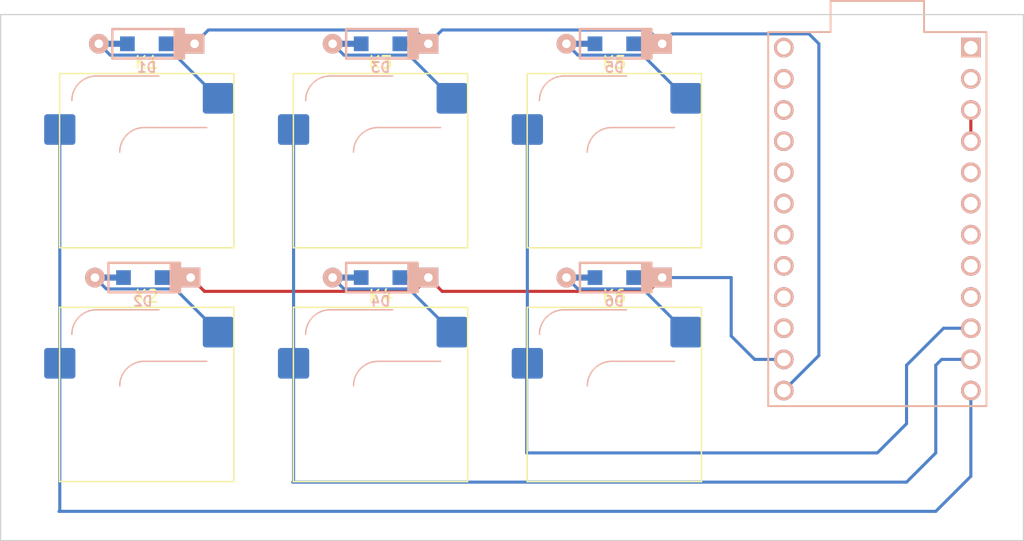
<source format=kicad_pcb>
(kicad_pcb (version 20211014) (generator pcbnew)
  (layers (0 "F.Cu" signal) (31 "B.Cu" signal) (34 "B.Paste" user) (35 "F.Paste" user) (36 "B.SilkS" user "B.Silkscreen") (37 "F.SilkS" user "F.Silkscreen") (38 "B.Mask" user) (39 "F.Mask" user) (44 "Edge.Cuts" user))
  (net 0 "")
  (net 1 "Net-(D1-Pad2)")
  (net 2 "Net-(D2-Pad2)")
  (net 3 "Net-(D3-Pad2)")
  (net 4 "Net-(D4-Pad2)")
  (net 5 "Net-(D5-Pad2)")
  (net 6 "row0")
  (net 7 "Net-(D6-Pad2)")
  (net 8 "row1")
  (net 9 "col0")
  (net 10 "col1")
  (net 11 "col2")
  (net 29 "+5V")
  (footprint "hotswap:SW_Hotswap_Kailh_MX_1.00u" (layer "F.Cu") (at 245.26875 28.575)
    (fp_text reference "K5" (at 0 -8) (layer "F.SilkS"))
    (fp_text value "KEYSW")
    (fp_line (start -4.1 -6.9) (end 1 -6.9) (layer "B.SilkS") (width 0.12))
    (fp_line (start -0.2 -2.7) (end 4.9 -2.7) (layer "B.SilkS") (width 0.12))
    (fp_arc (start -2.2 -0.7) (mid -1.614214 -2.114214) (end -0.2 -2.7) (layer "B.SilkS") (width 0.12))
    (fp_arc (start -6.1 -4.9) (mid -5.514214 -6.314214) (end -4.1 -6.9) (layer "B.SilkS") (width 0.12))
    (fp_line (start -7.1 7.1) (end 7.1 7.1) (layer "F.SilkS") (width 0.12))
    (fp_line (start -7.1 -7.1) (end -7.1 7.1) (layer "F.SilkS") (width 0.12))
    (fp_line (start 7.1 -7.1) (end -7.1 -7.1) (layer "F.SilkS") (width 0.12))
    (fp_line (start 7.1 7.1) (end 7.1 -7.1) (layer "F.SilkS") (width 0.12))
    (pad "" np_thru_hole circle locked (at 0 0) (size 4 4) (drill 4) (layers *.Cu *.Mask))
    (pad "" np_thru_hole circle locked (at 2.54 -5.08) (size 3.05 3.05) (drill 3.05) (layers *.Cu *.Mask))
    (pad "" np_thru_hole circle locked (at -3.81 -2.54) (size 3.05 3.05) (drill 3.05) (layers *.Cu *.Mask))
    (pad "" np_thru_hole circle locked (at -5.08 0) (size 1.75 1.75) (drill 1.75) (layers *.Cu *.Mask))
    (pad "" np_thru_hole circle locked (at 5.08 0) (size 1.75 1.75) (drill 1.75) (layers *.Cu *.Mask))
    (pad "1" smd roundrect locked (at -7.085 -2.54) (size 2.55 2.5) (layers "B.Cu" "B.Paste" "B.Mask") (roundrect_rratio 0.1) (net 11 "col2"))
    (pad "2" smd roundrect locked (at 5.842 -5.08) (size 2.55 2.5) (layers "B.Cu" "B.Paste" "B.Mask") (roundrect_rratio 0.1) (net 5 "Net-(D5-Pad2)"))
  )
  (footprint "hotswap:SW_Hotswap_Kailh_MX_1.00u" (layer "F.Cu") (at 226.21875 47.625)
    (fp_text reference "K4" (at 0 -8) (layer "F.SilkS"))
    (fp_text value "KEYSW")
    (fp_line (start -4.1 -6.9) (end 1 -6.9) (layer "B.SilkS") (width 0.12))
    (fp_line (start -0.2 -2.7) (end 4.9 -2.7) (layer "B.SilkS") (width 0.12))
    (fp_arc (start -6.1 -4.9) (mid -5.514214 -6.314214) (end -4.1 -6.9) (layer "B.SilkS") (width 0.12))
    (fp_arc (start -2.2 -0.7) (mid -1.614214 -2.114214) (end -0.2 -2.7) (layer "B.SilkS") (width 0.12))
    (fp_line (start -7.1 -7.1) (end -7.1 7.1) (layer "F.SilkS") (width 0.12))
    (fp_line (start -7.1 7.1) (end 7.1 7.1) (layer "F.SilkS") (width 0.12))
    (fp_line (start 7.1 -7.1) (end -7.1 -7.1) (layer "F.SilkS") (width 0.12))
    (fp_line (start 7.1 7.1) (end 7.1 -7.1) (layer "F.SilkS") (width 0.12))
    (pad "" np_thru_hole circle locked (at 2.54 -5.08) (size 3.05 3.05) (drill 3.05) (layers *.Cu *.Mask))
    (pad "" np_thru_hole circle locked (at 5.08 0) (size 1.75 1.75) (drill 1.75) (layers *.Cu *.Mask))
    (pad "" np_thru_hole circle locked (at -5.08 0) (size 1.75 1.75) (drill 1.75) (layers *.Cu *.Mask))
    (pad "" np_thru_hole circle locked (at -3.81 -2.54) (size 3.05 3.05) (drill 3.05) (layers *.Cu *.Mask))
    (pad "" np_thru_hole circle locked (at 0 0) (size 4 4) (drill 4) (layers *.Cu *.Mask))
    (pad "1" smd roundrect locked (at -7.085 -2.54) (size 2.55 2.5) (layers "B.Cu" "B.Paste" "B.Mask") (roundrect_rratio 0.1) (net 10 "col1"))
    (pad "2" smd roundrect locked (at 5.842 -5.08) (size 2.55 2.5) (layers "B.Cu" "B.Paste" "B.Mask") (roundrect_rratio 0.1) (net 4 "Net-(D4-Pad2)"))
  )
  (footprint "hotswap:SW_Hotswap_Kailh_MX_1.00u" (layer "F.Cu") (at 226.21875 28.575)
    (fp_text reference "K3" (at 0 -8) (layer "F.SilkS"))
    (fp_text value "KEYSW")
    (fp_line (start -0.2 -2.7) (end 4.9 -2.7) (layer "B.SilkS") (width 0.12))
    (fp_line (start -4.1 -6.9) (end 1 -6.9) (layer "B.SilkS") (width 0.12))
    (fp_arc (start -6.1 -4.9) (mid -5.514214 -6.314214) (end -4.1 -6.9) (layer "B.SilkS") (width 0.12))
    (fp_arc (start -2.2 -0.7) (mid -1.614214 -2.114214) (end -0.2 -2.7) (layer "B.SilkS") (width 0.12))
    (fp_line (start 7.1 7.1) (end 7.1 -7.1) (layer "F.SilkS") (width 0.12))
    (fp_line (start -7.1 -7.1) (end -7.1 7.1) (layer "F.SilkS") (width 0.12))
    (fp_line (start -7.1 7.1) (end 7.1 7.1) (layer "F.SilkS") (width 0.12))
    (fp_line (start 7.1 -7.1) (end -7.1 -7.1) (layer "F.SilkS") (width 0.12))
    (pad "" np_thru_hole circle locked (at 5.08 0) (size 1.75 1.75) (drill 1.75) (layers *.Cu *.Mask))
    (pad "" np_thru_hole circle locked (at -5.08 0) (size 1.75 1.75) (drill 1.75) (layers *.Cu *.Mask))
    (pad "" np_thru_hole circle locked (at 0 0) (size 4 4) (drill 4) (layers *.Cu *.Mask))
    (pad "" np_thru_hole circle locked (at -3.81 -2.54) (size 3.05 3.05) (drill 3.05) (layers *.Cu *.Mask))
    (pad "" np_thru_hole circle locked (at 2.54 -5.08) (size 3.05 3.05) (drill 3.05) (layers *.Cu *.Mask))
    (pad "1" smd roundrect locked (at -7.085 -2.54) (size 2.55 2.5) (layers "B.Cu" "B.Paste" "B.Mask") (roundrect_rratio 0.1) (net 10 "col1"))
    (pad "2" smd roundrect locked (at 5.842 -5.08) (size 2.55 2.5) (layers "B.Cu" "B.Paste" "B.Mask") (roundrect_rratio 0.1) (net 3 "Net-(D3-Pad2)"))
  )
  (footprint "hotswap:SW_Hotswap_Kailh_MX_1.00u" (layer "F.Cu") (at 245.26875 47.625)
    (fp_text reference "K6" (at 0 -8) (layer "F.SilkS"))
    (fp_text value "KEYSW")
    (fp_line (start -0.2 -2.7) (end 4.9 -2.7) (layer "B.SilkS") (width 0.12))
    (fp_line (start -4.1 -6.9) (end 1 -6.9) (layer "B.SilkS") (width 0.12))
    (fp_arc (start -2.2 -0.7) (mid -1.614214 -2.114214) (end -0.2 -2.7) (layer "B.SilkS") (width 0.12))
    (fp_arc (start -6.1 -4.9) (mid -5.514214 -6.314214) (end -4.1 -6.9) (layer "B.SilkS") (width 0.12))
    (fp_line (start -7.1 -7.1) (end -7.1 7.1) (layer "F.SilkS") (width 0.12))
    (fp_line (start 7.1 7.1) (end 7.1 -7.1) (layer "F.SilkS") (width 0.12))
    (fp_line (start -7.1 7.1) (end 7.1 7.1) (layer "F.SilkS") (width 0.12))
    (fp_line (start 7.1 -7.1) (end -7.1 -7.1) (layer "F.SilkS") (width 0.12))
    (pad "" np_thru_hole circle locked (at 0 0) (size 4 4) (drill 4) (layers *.Cu *.Mask))
    (pad "" np_thru_hole circle locked (at -5.08 0) (size 1.75 1.75) (drill 1.75) (layers *.Cu *.Mask))
    (pad "" np_thru_hole circle locked (at -3.81 -2.54) (size 3.05 3.05) (drill 3.05) (layers *.Cu *.Mask))
    (pad "" np_thru_hole circle locked (at 5.08 0) (size 1.75 1.75) (drill 1.75) (layers *.Cu *.Mask))
    (pad "" np_thru_hole circle locked (at 2.54 -5.08) (size 3.05 3.05) (drill 3.05) (layers *.Cu *.Mask))
    (pad "1" smd roundrect locked (at -7.085 -2.54) (size 2.55 2.5) (layers "B.Cu" "B.Paste" "B.Mask") (roundrect_rratio 0.1) (net 11 "col2"))
    (pad "2" smd roundrect locked (at 5.842 -5.08) (size 2.55 2.5) (layers "B.Cu" "B.Paste" "B.Mask") (roundrect_rratio 0.1) (net 7 "Net-(D6-Pad2)"))
  )
  (footprint "hotswap:SW_Hotswap_Kailh_MX_1.00u" (layer "F.Cu") (at 207.16875 28.575)
    (fp_text reference "K1" (at 0 -8) (layer "F.SilkS"))
    (fp_text value "KEYSW")
    (fp_line (start -0.2 -2.7) (end 4.9 -2.7) (layer "B.SilkS") (width 0.12))
    (fp_line (start -4.1 -6.9) (end 1 -6.9) (layer "B.SilkS") (width 0.12))
    (fp_arc (start -6.1 -4.9) (mid -5.514214 -6.314214) (end -4.1 -6.9) (layer "B.SilkS") (width 0.12))
    (fp_arc (start -2.2 -0.7) (mid -1.614214 -2.114214) (end -0.2 -2.7) (layer "B.SilkS") (width 0.12))
    (fp_line (start -7.1 -7.1) (end -7.1 7.1) (layer "F.SilkS") (width 0.12))
    (fp_line (start 7.1 7.1) (end 7.1 -7.1) (layer "F.SilkS") (width 0.12))
    (fp_line (start -7.1 7.1) (end 7.1 7.1) (layer "F.SilkS") (width 0.12))
    (fp_line (start 7.1 -7.1) (end -7.1 -7.1) (layer "F.SilkS") (width 0.12))
    (pad "" np_thru_hole circle locked (at 2.54 -5.08) (size 3.05 3.05) (drill 3.05) (layers *.Cu *.Mask))
    (pad "" np_thru_hole circle locked (at 5.08 0) (size 1.75 1.75) (drill 1.75) (layers *.Cu *.Mask))
    (pad "" np_thru_hole circle locked (at -5.08 0) (size 1.75 1.75) (drill 1.75) (layers *.Cu *.Mask))
    (pad "" np_thru_hole circle locked (at 0 0) (size 4 4) (drill 4) (layers *.Cu *.Mask))
    (pad "" np_thru_hole circle locked (at -3.81 -2.54) (size 3.05 3.05) (drill 3.05) (layers *.Cu *.Mask))
    (pad "1" smd roundrect locked (at -7.085 -2.54) (size 2.55 2.5) (layers "B.Cu" "B.Paste" "B.Mask") (roundrect_rratio 0.1) (net 9 "col0"))
    (pad "2" smd roundrect locked (at 5.842 -5.08) (size 2.55 2.5) (layers "B.Cu" "B.Paste" "B.Mask") (roundrect_rratio 0.1) (net 1 "Net-(D1-Pad2)"))
  )
  (footprint "hotswap:SW_Hotswap_Kailh_MX_1.00u" (layer "F.Cu") (at 207.16875 47.625)
    (fp_text reference "K2" (at 0 -8) (layer "F.SilkS"))
    (fp_text value "KEYSW")
    (fp_line (start -0.2 -2.7) (end 4.9 -2.7) (layer "B.SilkS") (width 0.12))
    (fp_line (start -4.1 -6.9) (end 1 -6.9) (layer "B.SilkS") (width 0.12))
    (fp_arc (start -2.2 -0.7) (mid -1.614214 -2.114214) (end -0.2 -2.7) (layer "B.SilkS") (width 0.12))
    (fp_arc (start -6.1 -4.9) (mid -5.514214 -6.314214) (end -4.1 -6.9) (layer "B.SilkS") (width 0.12))
    (fp_line (start 7.1 -7.1) (end -7.1 -7.1) (layer "F.SilkS") (width 0.12))
    (fp_line (start 7.1 7.1) (end 7.1 -7.1) (layer "F.SilkS") (width 0.12))
    (fp_line (start -7.1 -7.1) (end -7.1 7.1) (layer "F.SilkS") (width 0.12))
    (fp_line (start -7.1 7.1) (end 7.1 7.1) (layer "F.SilkS") (width 0.12))
    (pad "" np_thru_hole circle locked (at 2.54 -5.08) (size 3.05 3.05) (drill 3.05) (layers *.Cu *.Mask))
    (pad "" np_thru_hole circle locked (at -5.08 0) (size 1.75 1.75) (drill 1.75) (layers *.Cu *.Mask))
    (pad "" np_thru_hole circle locked (at -3.81 -2.54) (size 3.05 3.05) (drill 3.05) (layers *.Cu *.Mask))
    (pad "" np_thru_hole circle locked (at 0 0) (size 4 4) (drill 4) (layers *.Cu *.Mask))
    (pad "" np_thru_hole circle locked (at 5.08 0) (size 1.75 1.75) (drill 1.75) (layers *.Cu *.Mask))
    (pad "1" smd roundrect locked (at -7.085 -2.54) (size 2.55 2.5) (layers "B.Cu" "B.Paste" "B.Mask") (roundrect_rratio 0.1) (net 9 "col0"))
    (pad "2" smd roundrect locked (at 5.842 -5.08) (size 2.55 2.5) (layers "B.Cu" "B.Paste" "B.Mask") (roundrect_rratio 0.1) (net 2 "Net-(D2-Pad2)"))
  )
  (footprint "keyboard parts:D_SOD123_axial" (layer "B.Cu") (at 226.21875 38.1 180)
    (fp_text reference "D4" (at 0 -1.925) (layer "B.SilkS") (effects (font (size 0.8 0.8)) (justify mirror)))
    (fp_text value "D" hide)
    (fp_line (start -2.625 1.2) (end -2.625 -1.2) (layer "B.SilkS") (width 0.2))
    (fp_line (start 2.8 -1.2) (end -3 -1.2) (layer "B.SilkS") (width 0.2))
    (fp_line (start -2.275 1.2) (end -2.275 -1.2) (layer "B.SilkS") (width 0.2))
    (fp_line (start -2.925 1.2) (end -2.925 -1.2) (layer "B.SilkS") (width 0.2))
    (fp_line (start 2.8 1.2) (end 2.8 -1.2) (layer "B.SilkS") (width 0.2))
    (fp_line (start -3 1.2) (end 2.8 1.2) (layer "B.SilkS") (width 0.2))
    (fp_line (start -2.45 1.2) (end -2.45 -1.2) (layer "B.SilkS") (width 0.2))
    (fp_line (start -3.025 -1.2) (end -3.025 1.2) (layer "B.SilkS") (width 0.2))
    (fp_line (start -2.8 1.2) (end -2.8 -1.2) (layer "B.SilkS") (width 0.2))
    (pad "1" smd rect locked (at -2.7 0 180) (size 2.5 0.5) (layers "B.Cu") (net 8 "row1"))
    (pad "1" smd rect locked (at -1.575 0 180) (size 1.2 1.2) (layers "B.Cu" "B.Paste" "B.Mask") (net 8 "row1"))
    (pad "1" thru_hole rect locked (at -3.9 0 180) (size 1.6 1.6) (drill 0.7) (layers *.Cu *.Mask "B.SilkS") (net 8 "row1"))
    (pad "2" thru_hole circle locked (at 3.9 0 180) (size 1.6 1.6) (drill 0.7) (layers *.Cu *.Mask "B.SilkS") (net 4 "Net-(D4-Pad2)"))
    (pad "2" smd rect locked (at 2.7 0 180) (size 2.5 0.5) (layers "B.Cu") (net 4 "Net-(D4-Pad2)"))
    (pad "2" smd rect locked (at 1.575 0 180) (size 1.2 1.2) (layers "B.Cu" "B.Paste" "B.Mask") (net 4 "Net-(D4-Pad2)"))
  )
  (footprint "keyboard parts:D_SOD123_axial" (layer "B.Cu") (at 245.26875 19.05 180)
    (fp_text reference "D5" (at 0 -1.925) (layer "B.SilkS") (effects (font (size 0.8 0.8)) (justify mirror)))
    (fp_text value "D" hide)
    (fp_line (start -2.45 1.2) (end -2.45 -1.2) (layer "B.SilkS") (width 0.2))
    (fp_line (start -2.925 1.2) (end -2.925 -1.2) (layer "B.SilkS") (width 0.2))
    (fp_line (start 2.8 -1.2) (end -3 -1.2) (layer "B.SilkS") (width 0.2))
    (fp_line (start -2.625 1.2) (end -2.625 -1.2) (layer "B.SilkS") (width 0.2))
    (fp_line (start -2.275 1.2) (end -2.275 -1.2) (layer "B.SilkS") (width 0.2))
    (fp_line (start -3 1.2) (end 2.8 1.2) (layer "B.SilkS") (width 0.2))
    (fp_line (start -2.8 1.2) (end -2.8 -1.2) (layer "B.SilkS") (width 0.2))
    (fp_line (start 2.8 1.2) (end 2.8 -1.2) (layer "B.SilkS") (width 0.2))
    (fp_line (start -3.025 -1.2) (end -3.025 1.2) (layer "B.SilkS") (width 0.2))
    (pad "1" thru_hole rect locked (at -3.9 0 180) (size 1.6 1.6) (drill 0.7) (layers *.Cu *.Mask "B.SilkS") (net 6 "row0"))
    (pad "1" smd rect locked (at -2.7 0 180) (size 2.5 0.5) (layers "B.Cu") (net 6 "row0"))
    (pad "1" smd rect locked (at -1.575 0 180) (size 1.2 1.2) (layers "B.Cu" "B.Paste" "B.Mask") (net 6 "row0"))
    (pad "2" smd rect locked (at 2.7 0 180) (size 2.5 0.5) (layers "B.Cu") (net 5 "Net-(D5-Pad2)"))
    (pad "2" smd rect locked (at 1.575 0 180) (size 1.2 1.2) (layers "B.Cu" "B.Paste" "B.Mask") (net 5 "Net-(D5-Pad2)"))
    (pad "2" thru_hole circle locked (at 3.9 0 180) (size 1.6 1.6) (drill 0.7) (layers *.Cu *.Mask "B.SilkS") (net 5 "Net-(D5-Pad2)"))
  )
  (footprint "promicro:ProMicro" (layer "B.Cu") (at 266.7 33.3375 -90)
    (fp_text reference "U1" hide)
    (fp_text value "ProMicro")
    (fp_line (start -15.24 -3.81) (end -17.78 -3.81) (layer "B.SilkS") (width 0.15))
    (fp_line (start -15.24 -8.89) (end -15.24 -3.81) (layer "B.SilkS") (width 0.15))
    (fp_line (start -15.24 -8.89) (end 15.24 -8.89) (layer "B.SilkS") (width 0.15))
    (fp_line (start -17.78 -3.81) (end -17.78 3.81) (layer "B.SilkS") (width 0.15))
    (fp_line (start -15.24 8.89) (end 15.24 8.89) (layer "B.SilkS") (width 0.15))
    (fp_line (start -15.24 3.81) (end -15.24 8.89) (layer "B.SilkS") (width 0.15))
    (fp_line (start -17.78 3.81) (end -15.24 3.81) (layer "B.SilkS") (width 0.15))
    (fp_line (start 15.24 8.89) (end 15.24 -8.89) (layer "B.SilkS") (width 0.15))
    (fp_line (start -15.24 -8.89) (end -15.24 -3.81) (layer "F.SilkS") (width 0.15))
    (fp_line (start -15.24 -3.81) (end -17.78 -3.81) (layer "F.SilkS") (width 0.15))
    (fp_line (start 15.24 8.89) (end 15.24 -8.89) (layer "F.SilkS") (width 0.15))
    (fp_line (start -15.24 8.89) (end 15.24 8.89) (layer "F.SilkS") (width 0.15))
    (fp_line (start -17.78 3.81) (end -15.24 3.81) (layer "F.SilkS") (width 0.15))
    (fp_line (start 15.24 -8.89) (end -15.24 -8.89) (layer "F.SilkS") (width 0.15))
    (fp_line (start -17.78 -3.81) (end -17.78 3.81) (layer "F.SilkS") (width 0.15))
    (fp_line (start -15.24 3.81) (end -15.24 8.89) (layer "F.SilkS") (width 0.15))
    (pad "1" thru_hole rect locked (at -13.97 -7.62 270) (size 1.6 1.6) (drill 1.1) (layers *.Cu *.Mask "B.SilkS"))
    (pad "2" thru_hole circle locked (at -11.43 -7.62 270) (size 1.6 1.6) (drill 1.1) (layers *.Cu *.Mask "B.SilkS"))
    (pad "3" thru_hole circle locked (at -8.89 -7.62 270) (size 1.6 1.6) (drill 1.1) (layers *.Cu *.Mask "B.SilkS") (net 29 "+5V"))
    (pad "4" thru_hole circle locked (at -6.35 -7.62 270) (size 1.6 1.6) (drill 1.1) (layers *.Cu *.Mask "B.SilkS") (net 29 "+5V"))
    (pad "5" thru_hole circle locked (at -3.81 -7.62 270) (size 1.6 1.6) (drill 1.1) (layers *.Cu *.Mask "B.SilkS"))
    (pad "6" thru_hole circle locked (at -1.27 -7.62 270) (size 1.6 1.6) (drill 1.1) (layers *.Cu *.Mask "B.SilkS"))
    (pad "7" thru_hole circle locked (at 1.27 -7.62 270) (size 1.6 1.6) (drill 1.1) (layers *.Cu *.Mask "B.SilkS"))
    (pad "8" thru_hole circle locked (at 3.81 -7.62 270) (size 1.6 1.6) (drill 1.1) (layers *.Cu *.Mask "B.SilkS"))
    (pad "9" thru_hole circle locked (at 6.35 -7.62 270) (size 1.6 1.6) (drill 1.1) (layers *.Cu *.Mask "B.SilkS"))
    (pad "10" thru_hole circle locked (at 8.89 -7.62 270) (size 1.6 1.6) (drill 1.1) (layers *.Cu *.Mask "B.SilkS") (net 11 "col2"))
    (pad "11" thru_hole circle locked (at 11.43 -7.62 270) (size 1.6 1.6) (drill 1.1) (layers *.Cu *.Mask "B.SilkS") (net 10 "col1"))
    (pad "12" thru_hole circle locked (at 13.97 -7.62 270) (size 1.6 1.6) (drill 1.1) (layers *.Cu *.Mask "B.SilkS") (net 9 "col0"))
    (pad "13" thru_hole circle locked (at 13.97 7.62 270) (size 1.6 1.6) (drill 1.1) (layers *.Cu *.Mask "B.SilkS") (net 6 "row0"))
    (pad "14" thru_hole circle locked (at 11.43 7.62 270) (size 1.6 1.6) (drill 1.1) (layers *.Cu *.Mask "B.SilkS") (net 8 "row1"))
    (pad "15" thru_hole circle locked (at 8.89 7.62 270) (size 1.6 1.6) (drill 1.1) (layers *.Cu *.Mask "B.SilkS"))
    (pad "16" thru_hole circle locked (at 6.35 7.62 270) (size 1.6 1.6) (drill 1.1) (layers *.Cu *.Mask "B.SilkS"))
    (pad "17" thru_hole circle locked (at 3.81 7.62 270) (size 1.6 1.6) (drill 1.1) (layers *.Cu *.Mask "B.SilkS"))
    (pad "18" thru_hole circle locked (at 1.27 7.62 270) (size 1.6 1.6) (drill 1.1) (layers *.Cu *.Mask "B.SilkS"))
    (pad "19" thru_hole circle locked (at -1.27 7.62 270) (size 1.6 1.6) (drill 1.1) (layers *.Cu *.Mask "B.SilkS"))
    (pad "20" thru_hole circle locked (at -3.81 7.62 270) (size 1.6 1.6) (drill 1.1) (layers *.Cu *.Mask "B.SilkS"))
    (pad "21" thru_hole circle locked (at -6.35 7.62 270) (size 1.6 1.6) (drill 1.1) (layers *.Cu *.Mask "B.SilkS"))
    (pad "22" thru_hole circle locked (at -8.89 7.62 270) (size 1.6 1.6) (drill 1.1) (layers *.Cu *.Mask "B.SilkS"))
    (pad "23" thru_hole circle locked (at -11.43 7.62 270) (size 1.6 1.6) (drill 1.1) (layers *.Cu *.Mask "B.SilkS"))
    (pad "24" thru_hole circle locked (at -13.97 7.62 270) (size 1.6 1.6) (drill 1.1) (layers *.Cu *.Mask "B.SilkS"))
  )
  (footprint "keyboard parts:D_SOD123_axial" (layer "B.Cu") (at 245.26875 38.1 180)
    (fp_text reference "D6" (at 0 -1.925) (layer "B.SilkS") (effects (font (size 0.8 0.8)) (justify mirror)))
    (fp_text value "D" hide)
    (fp_line (start 2.8 -1.2) (end -3 -1.2) (layer "B.SilkS") (width 0.2))
    (fp_line (start -3.025 -1.2) (end -3.025 1.2) (layer "B.SilkS") (width 0.2))
    (fp_line (start -2.925 1.2) (end -2.925 -1.2) (layer "B.SilkS") (width 0.2))
    (fp_line (start -2.8 1.2) (end -2.8 -1.2) (layer "B.SilkS") (width 0.2))
    (fp_line (start 2.8 1.2) (end 2.8 -1.2) (layer "B.SilkS") (width 0.2))
    (fp_line (start -2.275 1.2) (end -2.275 -1.2) (layer "B.SilkS") (width 0.2))
    (fp_line (start -3 1.2) (end 2.8 1.2) (layer "B.SilkS") (width 0.2))
    (fp_line (start -2.45 1.2) (end -2.45 -1.2) (layer "B.SilkS") (width 0.2))
    (fp_line (start -2.625 1.2) (end -2.625 -1.2) (layer "B.SilkS") (width 0.2))
    (pad "1" smd rect locked (at -1.575 0 180) (size 1.2 1.2) (layers "B.Cu" "B.Paste" "B.Mask") (net 8 "row1"))
    (pad "1" thru_hole rect locked (at -3.9 0 180) (size 1.6 1.6) (drill 0.7) (layers *.Cu *.Mask "B.SilkS") (net 8 "row1"))
    (pad "1" smd rect locked (at -2.7 0 180) (size 2.5 0.5) (layers "B.Cu") (net 8 "row1"))
    (pad "2" smd rect locked (at 1.575 0 180) (size 1.2 1.2) (layers "B.Cu" "B.Paste" "B.Mask") (net 7 "Net-(D6-Pad2)"))
    (pad "2" smd rect locked (at 2.7 0 180) (size 2.5 0.5) (layers "B.Cu") (net 7 "Net-(D6-Pad2)"))
    (pad "2" thru_hole circle locked (at 3.9 0 180) (size 1.6 1.6) (drill 0.7) (layers *.Cu *.Mask "B.SilkS") (net 7 "Net-(D6-Pad2)"))
  )
  (footprint "keyboard parts:D_SOD123_axial" (layer "B.Cu") (at 226.21875 19.05 180)
    (fp_text reference "D3" (at 0 -1.925) (layer "B.SilkS") (effects (font (size 0.8 0.8)) (justify mirror)))
    (fp_text value "D" hide)
    (fp_line (start -2.275 1.2) (end -2.275 -1.2) (layer "B.SilkS") (width 0.2))
    (fp_line (start 2.8 1.2) (end 2.8 -1.2) (layer "B.SilkS") (width 0.2))
    (fp_line (start -2.925 1.2) (end -2.925 -1.2) (layer "B.SilkS") (width 0.2))
    (fp_line (start -3.025 -1.2) (end -3.025 1.2) (layer "B.SilkS") (width 0.2))
    (fp_line (start -2.8 1.2) (end -2.8 -1.2) (layer "B.SilkS") (width 0.2))
    (fp_line (start 2.8 -1.2) (end -3 -1.2) (layer "B.SilkS") (width 0.2))
    (fp_line (start -3 1.2) (end 2.8 1.2) (layer "B.SilkS") (width 0.2))
    (fp_line (start -2.625 1.2) (end -2.625 -1.2) (layer "B.SilkS") (width 0.2))
    (fp_line (start -2.45 1.2) (end -2.45 -1.2) (layer "B.SilkS") (width 0.2))
    (pad "1" smd rect locked (at -2.7 0 180) (size 2.5 0.5) (layers "B.Cu") (net 6 "row0"))
    (pad "1" smd rect locked (at -1.575 0 180) (size 1.2 1.2) (layers "B.Cu" "B.Paste" "B.Mask") (net 6 "row0"))
    (pad "1" thru_hole rect locked (at -3.9 0 180) (size 1.6 1.6) (drill 0.7) (layers *.Cu *.Mask "B.SilkS") (net 6 "row0"))
    (pad "2" thru_hole circle locked (at 3.9 0 180) (size 1.6 1.6) (drill 0.7) (layers *.Cu *.Mask "B.SilkS") (net 3 "Net-(D3-Pad2)"))
    (pad "2" smd rect locked (at 2.7 0 180) (size 2.5 0.5) (layers "B.Cu") (net 3 "Net-(D3-Pad2)"))
    (pad "2" smd rect locked (at 1.575 0 180) (size 1.2 1.2) (layers "B.Cu" "B.Paste" "B.Mask") (net 3 "Net-(D3-Pad2)"))
  )
  (footprint "keyboard parts:D_SOD123_axial" (layer "B.Cu") (at 207.16875 19.05 180)
    (fp_text reference "D1" (at 0 -1.925) (layer "B.SilkS") (effects (font (size 0.8 0.8)) (justify mirror)))
    (fp_text value "D" hide)
    (fp_line (start -2.925 1.2) (end -2.925 -1.2) (layer "B.SilkS") (width 0.2))
    (fp_line (start -3.025 -1.2) (end -3.025 1.2) (layer "B.SilkS") (width 0.2))
    (fp_line (start -2.625 1.2) (end -2.625 -1.2) (layer "B.SilkS") (width 0.2))
    (fp_line (start -2.45 1.2) (end -2.45 -1.2) (layer "B.SilkS") (width 0.2))
    (fp_line (start -2.8 1.2) (end -2.8 -1.2) (layer "B.SilkS") (width 0.2))
    (fp_line (start 2.8 1.2) (end 2.8 -1.2) (layer "B.SilkS") (width 0.2))
    (fp_line (start 2.8 -1.2) (end -3 -1.2) (layer "B.SilkS") (width 0.2))
    (fp_line (start -2.275 1.2) (end -2.275 -1.2) (layer "B.SilkS") (width 0.2))
    (fp_line (start -3 1.2) (end 2.8 1.2) (layer "B.SilkS") (width 0.2))
    (pad "1" smd rect locked (at -1.575 0 180) (size 1.2 1.2) (layers "B.Cu" "B.Paste" "B.Mask") (net 6 "row0"))
    (pad "1" smd rect locked (at -2.7 0 180) (size 2.5 0.5) (layers "B.Cu") (net 6 "row0"))
    (pad "1" thru_hole rect locked (at -3.9 0 180) (size 1.6 1.6) (drill 0.7) (layers *.Cu *.Mask "B.SilkS") (net 6 "row0"))
    (pad "2" smd rect locked (at 2.7 0 180) (size 2.5 0.5) (layers "B.Cu") (net 1 "Net-(D1-Pad2)"))
    (pad "2" thru_hole circle locked (at 3.9 0 180) (size 1.6 1.6) (drill 0.7) (layers *.Cu *.Mask "B.SilkS") (net 1 "Net-(D1-Pad2)"))
    (pad "2" smd rect locked (at 1.575 0 180) (size 1.2 1.2) (layers "B.Cu" "B.Paste" "B.Mask") (net 1 "Net-(D1-Pad2)"))
  )
  (footprint "keyboard parts:D_SOD123_axial" (layer "B.Cu") (at 206.85 38.1 180)
    (fp_text reference "D2" (at 0 -1.925) (layer "B.SilkS") (effects (font (size 0.8 0.8)) (justify mirror)))
    (fp_text value "D" hide)
    (fp_line (start -2.45 1.2) (end -2.45 -1.2) (layer "B.SilkS") (width 0.2))
    (fp_line (start -2.925 1.2) (end -2.925 -1.2) (layer "B.SilkS") (width 0.2))
    (fp_line (start 2.8 1.2) (end 2.8 -1.2) (layer "B.SilkS") (width 0.2))
    (fp_line (start -2.8 1.2) (end -2.8 -1.2) (layer "B.SilkS") (width 0.2))
    (fp_line (start -3.025 -1.2) (end -3.025 1.2) (layer "B.SilkS") (width 0.2))
    (fp_line (start -2.625 1.2) (end -2.625 -1.2) (layer "B.SilkS") (width 0.2))
    (fp_line (start 2.8 -1.2) (end -3 -1.2) (layer "B.SilkS") (width 0.2))
    (fp_line (start -2.275 1.2) (end -2.275 -1.2) (layer "B.SilkS") (width 0.2))
    (fp_line (start -3 1.2) (end 2.8 1.2) (layer "B.SilkS") (width 0.2))
    (pad "1" smd rect locked (at -1.575 0 180) (size 1.2 1.2) (layers "B.Cu" "B.Paste" "B.Mask") (net 8 "row1"))
    (pad "1" smd rect locked (at -2.7 0 180) (size 2.5 0.5) (layers "B.Cu") (net 8 "row1"))
    (pad "1" thru_hole rect locked (at -3.9 0 180) (size 1.6 1.6) (drill 0.7) (layers *.Cu *.Mask "B.SilkS") (net 8 "row1"))
    (pad "2" smd rect locked (at 1.575 0 180) (size 1.2 1.2) (layers "B.Cu" "B.Paste" "B.Mask") (net 2 "Net-(D2-Pad2)"))
    (pad "2" smd rect locked (at 2.7 0 180) (size 2.5 0.5) (layers "B.Cu") (net 2 "Net-(D2-Pad2)"))
    (pad "2" thru_hole circle locked (at 3.9 0 180) (size 1.6 1.6) (drill 0.7) (layers *.Cu *.Mask "B.SilkS") (net 2 "Net-(D2-Pad2)"))
  )
  (gr_line (start 195.2625 16.66875) (end 278.60625 16.66875) (layer "Edge.Cuts") (width 0.1))
  (gr_line (start 278.60625 59.53125) (end 195.2625 59.53125) (layer "Edge.Cuts") (width 0.1))
  (gr_line (start 278.60625 16.66875) (end 278.60625 59.53125) (layer "Edge.Cuts") (width 0.1))
  (gr_line (start 195.2625 59.53125) (end 195.2625 16.66875) (layer "Edge.Cuts") (width 0.1))
  (segment (start 209.490261 19.974511) (end 213.01075 23.495) (width 0.25) (layer "B.Cu") (net 1))
  (segment (start 204.193261 19.974511) (end 209.490261 19.974511) (width 0.25) (layer "B.Cu") (net 1))
  (segment (start 203.26875 19.05) (end 204.193261 19.974511) (width 0.25) (layer "B.Cu") (net 1))
  (segment (start 202.95 38.1) (end 203.874511 39.024511) (width 0.25) (layer "B.Cu") (net 2))
  (segment (start 203.874511 39.024511) (end 209.490261 39.024511) (width 0.25) (layer "B.Cu") (net 2))
  (segment (start 209.490261 39.024511) (end 213.01075 42.545) (width 0.25) (layer "B.Cu") (net 2))
  (segment (start 222.31875 19.05) (end 223.243261 19.974511) (width 0.25) (layer "B.Cu") (net 3))
  (segment (start 223.243261 19.974511) (end 228.540261 19.974511) (width 0.25) (layer "B.Cu") (net 3))
  (segment (start 228.540261 19.974511) (end 232.06075 23.495) (width 0.25) (layer "B.Cu") (net 3))
  (segment (start 222.31875 38.1) (end 223.243261 39.024511) (width 0.25) (layer "B.Cu") (net 4))
  (segment (start 228.540261 39.024511) (end 232.06075 42.545) (width 0.25) (layer "B.Cu") (net 4))
  (segment (start 223.243261 39.024511) (end 228.540261 39.024511) (width 0.25) (layer "B.Cu") (net 4))
  (segment (start 242.293261 19.974511) (end 247.590261 19.974511) (width 0.25) (layer "B.Cu") (net 5))
  (segment (start 247.590261 19.974511) (end 251.11075 23.495) (width 0.25) (layer "B.Cu") (net 5))
  (segment (start 241.36875 19.05) (end 242.293261 19.974511) (width 0.25) (layer "B.Cu") (net 5))
  (segment (start 261.9375 19.05) (end 261.130489 18.242989) (width 0.25) (layer "B.Cu") (net 6))
  (segment (start 228.994239 17.925489) (end 230.11875 19.05) (width 0.25) (layer "B.Cu") (net 6))
  (segment (start 261.9375 44.45) (end 261.9375 19.05) (width 0.25) (layer "B.Cu") (net 6))
  (segment (start 230.11875 19.05) (end 231.243261 17.925489) (width 0.25) (layer "B.Cu") (net 6))
  (segment (start 259.08 47.3075) (end 261.9375 44.45) (width 0.25) (layer "B.Cu") (net 6))
  (segment (start 211.06875 19.05) (end 212.193261 17.925489) (width 0.25) (layer "B.Cu") (net 6))
  (segment (start 248.044239 17.925489) (end 249.16875 19.05) (width 0.25) (layer "B.Cu") (net 6))
  (segment (start 249.975761 18.242989) (end 249.16875 19.05) (width 0.25) (layer "B.Cu") (net 6))
  (segment (start 212.193261 17.925489) (end 228.994239 17.925489) (width 0.25) (layer "B.Cu") (net 6))
  (segment (start 231.243261 17.925489) (end 248.044239 17.925489) (width 0.25) (layer "B.Cu") (net 6))
  (segment (start 261.130489 18.242989) (end 249.975761 18.242989) (width 0.25) (layer "B.Cu") (net 6))
  (segment (start 241.36875 38.1) (end 242.293261 39.024511) (width 0.25) (layer "B.Cu") (net 7))
  (segment (start 247.590261 39.024511) (end 251.11075 42.545) (width 0.25) (layer "B.Cu") (net 7))
  (segment (start 242.293261 39.024511) (end 247.590261 39.024511) (width 0.25) (layer "B.Cu") (net 7))
  (segment (start 210.75 38.1) (end 211.874511 39.224511) (width 0.25) (layer "F.Cu") (net 8))
  (segment (start 248.044239 39.224511) (end 249.16875 38.1) (width 0.25) (layer "F.Cu") (net 8))
  (segment (start 231.243261 39.224511) (end 248.044239 39.224511) (width 0.25) (layer "F.Cu") (net 8))
  (segment (start 228.994239 39.224511) (end 230.11875 38.1) (width 0.25) (layer "F.Cu") (net 8))
  (segment (start 230.11875 38.1) (end 231.243261 39.224511) (width 0.25) (layer "F.Cu") (net 8))
  (segment (start 211.874511 39.224511) (end 228.994239 39.224511) (width 0.25) (layer "F.Cu") (net 8))
  (segment (start 256.69875 44.7675) (end 259.08 44.7675) (width 0.25) (layer "B.Cu") (net 8))
  (segment (start 254.79375 38.1) (end 254.79375 42.8625) (width 0.25) (layer "B.Cu") (net 8))
  (segment (start 249.16875 38.1) (end 254.79375 38.1) (width 0.25) (layer "B.Cu") (net 8))
  (segment (start 254.79375 42.8625) (end 256.69875 44.7675) (width 0.25) (layer "B.Cu") (net 8))
  (segment (start 200.08375 45.085) (end 200.08375 57.09125) (width 0.25) (layer "B.Cu") (net 9))
  (segment (start 200.025 57.15) (end 271.4625 57.15) (width 0.25) (layer "B.Cu") (net 9))
  (segment (start 274.32 54.2925) (end 274.32 47.3075) (width 0.25) (layer "B.Cu") (net 9))
  (segment (start 271.4625 57.15) (end 274.32 54.2925) (width 0.25) (layer "B.Cu") (net 9))
  (segment (start 200.08375 57.09125) (end 200.025 57.15) (width 0.25) (layer "B.Cu") (net 9))
  (segment (start 200.08375 26.035) (end 200.08375 45.085) (width 0.25) (layer "B.Cu") (net 9))
  (segment (start 271.4625 45.24375) (end 271.93875 44.7675) (width 0.25) (layer "B.Cu") (net 10))
  (segment (start 269.08125 54.76875) (end 271.4625 52.3875) (width 0.25) (layer "B.Cu") (net 10))
  (segment (start 219.13375 54.71) (end 219.075 54.76875) (width 0.25) (layer "B.Cu") (net 10))
  (segment (start 219.13375 26.035) (end 219.13375 45.085) (width 0.25) (layer "B.Cu") (net 10))
  (segment (start 219.13375 45.085) (end 219.13375 54.71) (width 0.25) (layer "B.Cu") (net 10))
  (segment (start 271.93875 44.7675) (end 274.32 44.7675) (width 0.25) (layer "B.Cu") (net 10))
  (segment (start 271.4625 52.3875) (end 271.4625 45.24375) (width 0.25) (layer "B.Cu") (net 10))
  (segment (start 219.075 54.76875) (end 269.08125 54.76875) (width 0.25) (layer "B.Cu") (net 10))
  (segment (start 238.125 52.3875) (end 238.125 45.14375) (width 0.25) (layer "B.Cu") (net 11))
  (segment (start 274.32 42.2275) (end 272.0975 42.2275) (width 0.25) (layer "B.Cu") (net 11))
  (segment (start 272.0975 42.2275) (end 269.08125 45.24375) (width 0.25) (layer "B.Cu") (net 11))
  (segment (start 266.7 52.3875) (end 238.125 52.3875) (width 0.25) (layer "B.Cu") (net 11))
  (segment (start 238.125 45.14375) (end 238.18375 45.085) (width 0.25) (layer "B.Cu") (net 11))
  (segment (start 269.08125 45.24375) (end 269.08125 50.00625) (width 0.25) (layer "B.Cu") (net 11))
  (segment (start 238.18375 26.035) (end 238.18375 45.085) (width 0.25) (layer "B.Cu") (net 11))
  (segment (start 269.08125 50.00625) (end 266.7 52.3875) (width 0.25) (layer "B.Cu") (net 11))
  (segment (start 274.32 24.4475) (end 274.32 26.9875) (width 0.25) (layer "F.Cu") (net 29))
)
</source>
